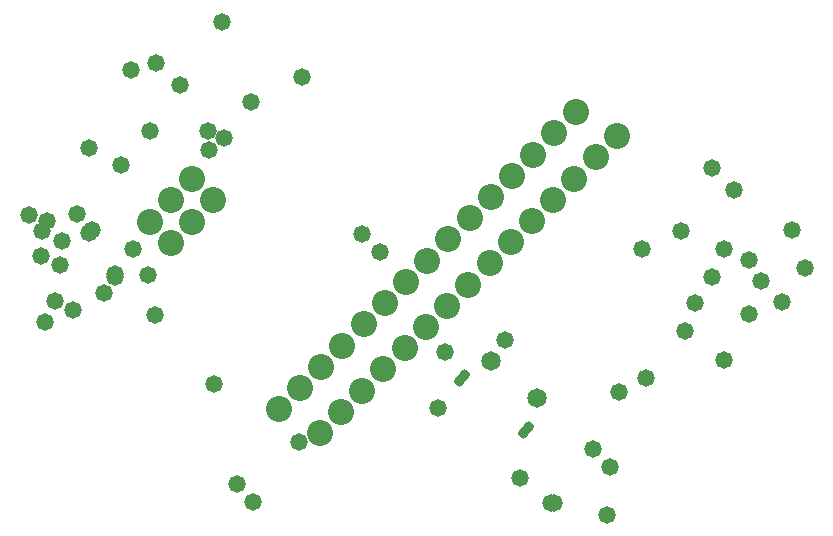
<source format=gbs>
G04*
G04 #@! TF.GenerationSoftware,Altium Limited,Altium Designer,23.4.1 (23)*
G04*
G04 Layer_Color=16711935*
%FSLAX44Y44*%
%MOMM*%
G71*
G04*
G04 #@! TF.SameCoordinates,7EF6362F-2363-4B38-88DE-BB285B2C36F4*
G04*
G04*
G04 #@! TF.FilePolarity,Negative*
G04*
G01*
G75*
%ADD51C,2.2032*%
%ADD52C,1.6532*%
G04:AMPARAMS|DCode=53|XSize=0.8032mm|YSize=1.5032mm|CornerRadius=0.2516mm|HoleSize=0mm|Usage=FLASHONLY|Rotation=321.000|XOffset=0mm|YOffset=0mm|HoleType=Round|Shape=RoundedRectangle|*
%AMROUNDEDRECTD53*
21,1,0.8032,1.0000,0,0,321.0*
21,1,0.3000,1.5032,0,0,321.0*
1,1,0.5032,-0.1981,-0.4830*
1,1,0.5032,-0.4312,-0.2942*
1,1,0.5032,0.1981,0.4830*
1,1,0.5032,0.4312,0.2942*
%
%ADD53ROUNDEDRECTD53*%
%ADD54C,1.4732*%
D51*
X170795Y6395D02*
D03*
X188755Y24356D02*
D03*
X206716Y42316D02*
D03*
X224676Y60277D02*
D03*
X242637Y78237D02*
D03*
X260597Y96198D02*
D03*
X278558Y114158D02*
D03*
X296519Y132119D02*
D03*
X314479Y150079D02*
D03*
X332439Y168040D02*
D03*
X350400Y186000D02*
D03*
X368360Y203961D02*
D03*
X386321Y221921D02*
D03*
X404282Y239882D02*
D03*
X422242Y257843D02*
D03*
X80561Y203440D02*
D03*
X62600Y185479D02*
D03*
X44640Y167519D02*
D03*
X62600Y221400D02*
D03*
X44640Y203440D02*
D03*
X26679Y185479D02*
D03*
X135934Y26635D02*
D03*
X153895Y44595D02*
D03*
X171855Y62556D02*
D03*
X189816Y80517D02*
D03*
X207776Y98477D02*
D03*
X225737Y116437D02*
D03*
X243697Y134398D02*
D03*
X261658Y152358D02*
D03*
X279618Y170319D02*
D03*
X297579Y188279D02*
D03*
X315539Y206240D02*
D03*
X333500Y224200D02*
D03*
X351460Y242161D02*
D03*
X369421Y260121D02*
D03*
X387382Y278082D02*
D03*
D52*
X315489Y67176D02*
D03*
X354346Y35710D02*
D03*
D53*
X345334Y8691D02*
D03*
X290934Y52743D02*
D03*
D03*
D54*
X206598Y174848D02*
D03*
X11272Y313532D02*
D03*
X-34702Y191866D02*
D03*
X-53244Y117952D02*
D03*
X-48926Y148432D02*
D03*
X-25050Y175864D02*
D03*
X31084Y106268D02*
D03*
X100426Y-36480D02*
D03*
X89758Y255874D02*
D03*
X76423Y262351D02*
D03*
X2382Y233776D02*
D03*
X52420Y300713D02*
D03*
X561690Y117190D02*
D03*
X276702Y75280D02*
D03*
X-21748Y178404D02*
D03*
X-65182Y156560D02*
D03*
X112872Y286608D02*
D03*
X-64674Y177134D02*
D03*
X-60610Y185770D02*
D03*
X-24288Y247492D02*
D03*
X26679Y262351D02*
D03*
X-2444Y141320D02*
D03*
X221330Y159608D02*
D03*
X512668Y162291D02*
D03*
X570930Y178475D02*
D03*
X424412Y41237D02*
D03*
X413608Y-62561D02*
D03*
X-61880Y100772D02*
D03*
X-2444Y138473D02*
D03*
X443390Y162044D02*
D03*
X366283Y-52909D02*
D03*
X270860Y27528D02*
D03*
X479902Y92552D02*
D03*
X533750Y152598D02*
D03*
X-38004Y110840D02*
D03*
X32354Y319374D02*
D03*
X-47402Y168752D02*
D03*
X114396Y-51974D02*
D03*
X-75850Y190850D02*
D03*
X77215Y245714D02*
D03*
X581248Y146400D02*
D03*
X544672Y135224D02*
D03*
X327248Y85186D02*
D03*
X416402Y-22092D02*
D03*
X340202Y-31908D02*
D03*
X476346Y177134D02*
D03*
X401924Y-6852D02*
D03*
X446882Y53326D02*
D03*
X368904Y-52990D02*
D03*
X25242Y140050D02*
D03*
X-11792Y124810D02*
D03*
X81376Y48356D02*
D03*
X12796Y162656D02*
D03*
X153258Y-1428D02*
D03*
X533938Y106890D02*
D03*
X512668Y68233D02*
D03*
X502453Y138375D02*
D03*
X488664Y116770D02*
D03*
X87751Y354825D02*
D03*
X156052Y308255D02*
D03*
X503160Y231006D02*
D03*
X521544Y212621D02*
D03*
M02*

</source>
